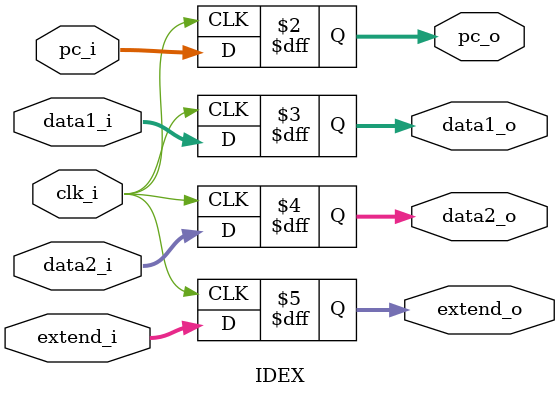
<source format=v>
module IDEX
(
	clk_i,
	pc_i, data1_i, data2_i, extend_i,
	pc_o, data1_o, data2_o, extend_o
);

input			clk_i;
input	[31:0]	pc_i, data1_i, data2_i, extend_i;
output	[31:0]	pc_o, data1_o, data2_o, extend_o;
reg		[31:0]	pc_o, data1_o, data2_o, extend_o;

always@(posedge clk_i) begin
	pc_o <= pc_i;
	data1_o <= data1_i;
	data2_o <= data2_i;
	extend_o <= extend_i;
end

endmodule
</source>
